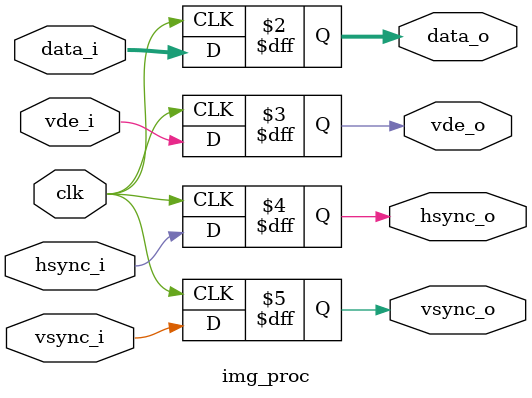
<source format=sv>
module img_proc (
  input  wire         clk,

  input  wire  [23:0] data_i,
  input  wire         vde_i,
  input  wire         hsync_i,
  input  wire         vsync_i,

  output logic [23:0] data_o,
  output logic        vde_o,
  output logic        hsync_o,
  output logic        vsync_o
);

  /*axis_if #( .DATA_TYPE (pixel_pkg::chunk_t) ) axis_i ();
  axis_if #( .DATA_TYPE (pixel_pkg::chunk_t) ) axis_o ();

  conv conv_i1 (
    .clk (clk),
    .rst (  0),
  );*/

  always_ff @ (posedge clk) begin
    data_o  <= data_i;
    vde_o   <= vde_i;
    hsync_o <= hsync_i;
    vsync_o <= vsync_i;
  end

endmodule

</source>
